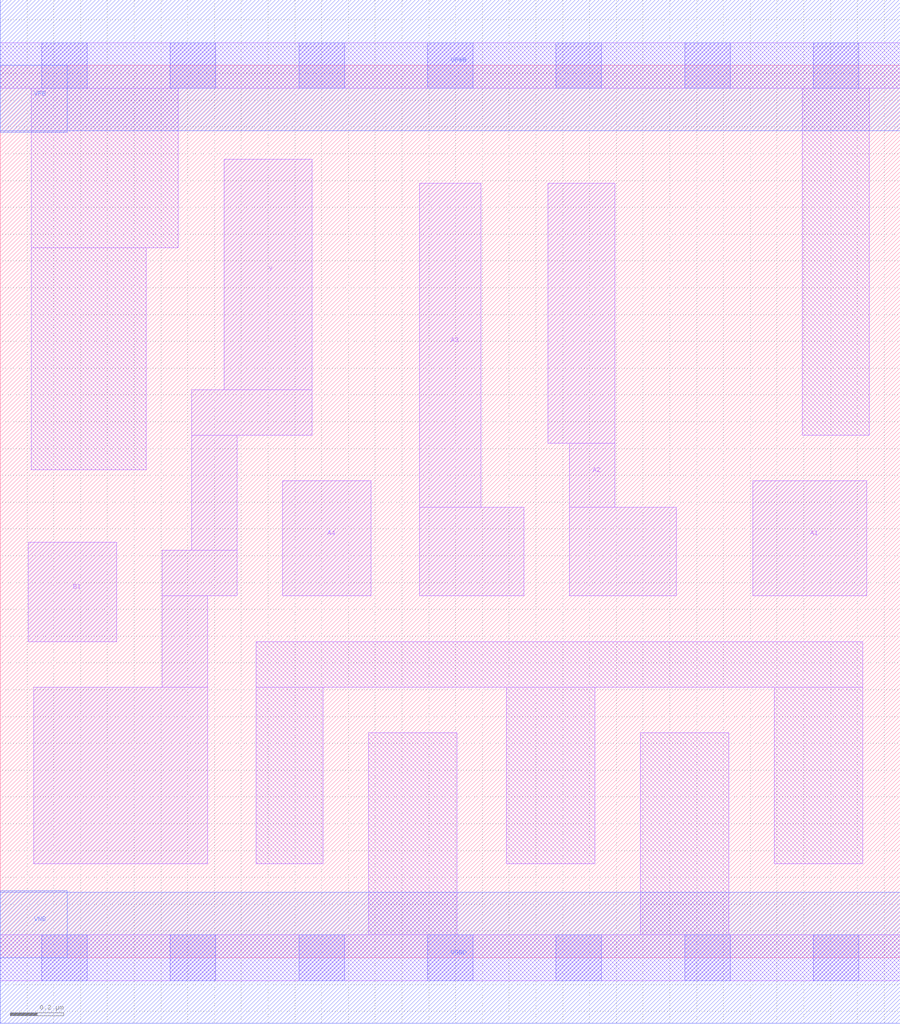
<source format=lef>
# Copyright 2020 The SkyWater PDK Authors
#
# Licensed under the Apache License, Version 2.0 (the "License");
# you may not use this file except in compliance with the License.
# You may obtain a copy of the License at
#
#     https://www.apache.org/licenses/LICENSE-2.0
#
# Unless required by applicable law or agreed to in writing, software
# distributed under the License is distributed on an "AS IS" BASIS,
# WITHOUT WARRANTIES OR CONDITIONS OF ANY KIND, either express or implied.
# See the License for the specific language governing permissions and
# limitations under the License.
#
# SPDX-License-Identifier: Apache-2.0

VERSION 5.5 ;
NAMESCASESENSITIVE ON ;
BUSBITCHARS "[]" ;
DIVIDERCHAR "/" ;
MACRO sky130_fd_sc_ms__o41ai_1
  CLASS CORE ;
  SOURCE USER ;
  ORIGIN  0.000000  0.000000 ;
  SIZE  3.360000 BY  3.330000 ;
  SYMMETRY X Y ;
  SITE unit ;
  PIN A1
    ANTENNAGATEAREA  0.279000 ;
    DIRECTION INPUT ;
    USE SIGNAL ;
    PORT
      LAYER li1 ;
        RECT 2.810000 1.350000 3.235000 1.780000 ;
    END
  END A1
  PIN A2
    ANTENNAGATEAREA  0.279000 ;
    DIRECTION INPUT ;
    USE SIGNAL ;
    PORT
      LAYER li1 ;
        RECT 2.045000 1.920000 2.295000 2.890000 ;
        RECT 2.125000 1.350000 2.525000 1.680000 ;
        RECT 2.125000 1.680000 2.295000 1.920000 ;
    END
  END A2
  PIN A3
    ANTENNAGATEAREA  0.279000 ;
    DIRECTION INPUT ;
    USE SIGNAL ;
    PORT
      LAYER li1 ;
        RECT 1.565000 1.350000 1.955000 1.680000 ;
        RECT 1.565000 1.680000 1.795000 2.890000 ;
    END
  END A3
  PIN A4
    ANTENNAGATEAREA  0.279000 ;
    DIRECTION INPUT ;
    USE SIGNAL ;
    PORT
      LAYER li1 ;
        RECT 1.055000 1.350000 1.385000 1.780000 ;
    END
  END A4
  PIN B1
    ANTENNAGATEAREA  0.279000 ;
    DIRECTION INPUT ;
    USE SIGNAL ;
    PORT
      LAYER li1 ;
        RECT 0.105000 1.180000 0.435000 1.550000 ;
    END
  END B1
  PIN Y
    ANTENNADIFFAREA  0.602900 ;
    DIRECTION OUTPUT ;
    USE SIGNAL ;
    PORT
      LAYER li1 ;
        RECT 0.125000 0.350000 0.775000 1.010000 ;
        RECT 0.605000 1.010000 0.775000 1.350000 ;
        RECT 0.605000 1.350000 0.885000 1.520000 ;
        RECT 0.715000 1.520000 0.885000 1.950000 ;
        RECT 0.715000 1.950000 1.165000 2.120000 ;
        RECT 0.835000 2.120000 1.165000 2.980000 ;
    END
  END Y
  PIN VGND
    DIRECTION INOUT ;
    USE GROUND ;
    PORT
      LAYER met1 ;
        RECT 0.000000 -0.245000 3.360000 0.245000 ;
    END
  END VGND
  PIN VNB
    DIRECTION INOUT ;
    USE GROUND ;
    PORT
      LAYER met1 ;
        RECT 0.000000 0.000000 0.250000 0.250000 ;
    END
  END VNB
  PIN VPB
    DIRECTION INOUT ;
    USE POWER ;
    PORT
      LAYER met1 ;
        RECT 0.000000 3.080000 0.250000 3.330000 ;
    END
  END VPB
  PIN VPWR
    DIRECTION INOUT ;
    USE POWER ;
    PORT
      LAYER met1 ;
        RECT 0.000000 3.085000 3.360000 3.575000 ;
    END
  END VPWR
  OBS
    LAYER li1 ;
      RECT 0.000000 -0.085000 3.360000 0.085000 ;
      RECT 0.000000  3.245000 3.360000 3.415000 ;
      RECT 0.115000  1.820000 0.545000 2.650000 ;
      RECT 0.115000  2.650000 0.665000 3.245000 ;
      RECT 0.955000  0.350000 1.205000 1.010000 ;
      RECT 0.955000  1.010000 3.220000 1.180000 ;
      RECT 1.375000  0.085000 1.705000 0.840000 ;
      RECT 1.890000  0.350000 2.220000 1.010000 ;
      RECT 2.390000  0.085000 2.720000 0.840000 ;
      RECT 2.890000  0.350000 3.220000 1.010000 ;
      RECT 2.995000  1.950000 3.245000 3.245000 ;
    LAYER mcon ;
      RECT 0.155000 -0.085000 0.325000 0.085000 ;
      RECT 0.155000  3.245000 0.325000 3.415000 ;
      RECT 0.635000 -0.085000 0.805000 0.085000 ;
      RECT 0.635000  3.245000 0.805000 3.415000 ;
      RECT 1.115000 -0.085000 1.285000 0.085000 ;
      RECT 1.115000  3.245000 1.285000 3.415000 ;
      RECT 1.595000 -0.085000 1.765000 0.085000 ;
      RECT 1.595000  3.245000 1.765000 3.415000 ;
      RECT 2.075000 -0.085000 2.245000 0.085000 ;
      RECT 2.075000  3.245000 2.245000 3.415000 ;
      RECT 2.555000 -0.085000 2.725000 0.085000 ;
      RECT 2.555000  3.245000 2.725000 3.415000 ;
      RECT 3.035000 -0.085000 3.205000 0.085000 ;
      RECT 3.035000  3.245000 3.205000 3.415000 ;
  END
END sky130_fd_sc_ms__o41ai_1
END LIBRARY

</source>
